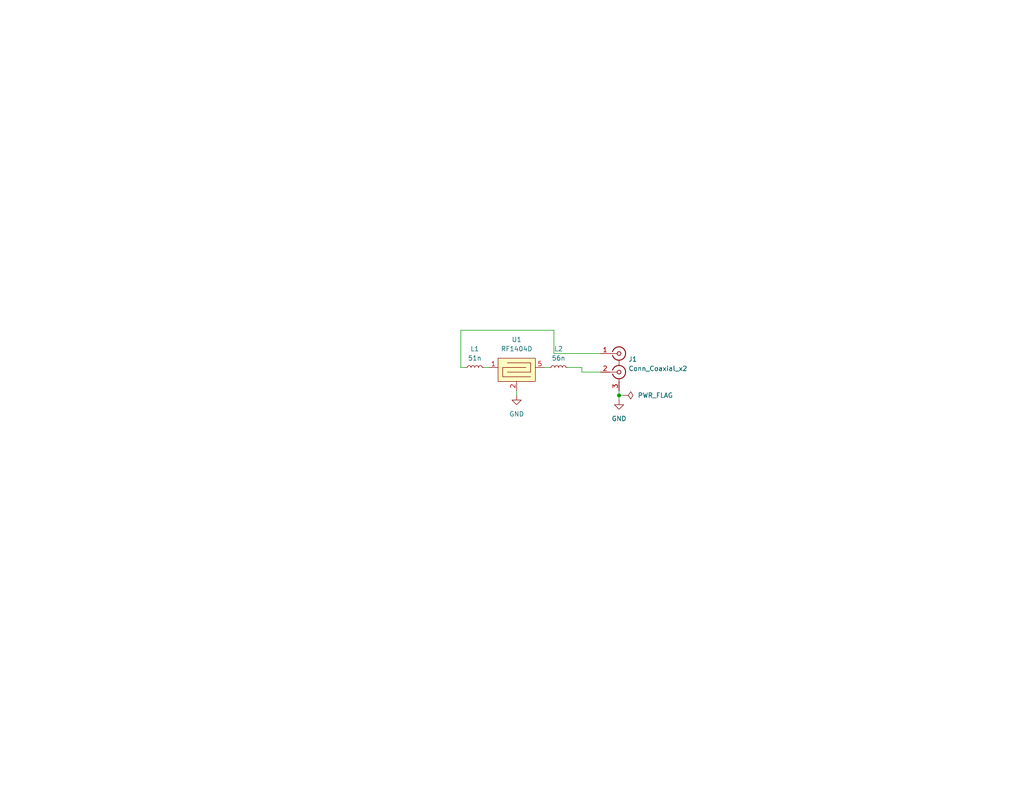
<source format=kicad_sch>
(kicad_sch (version 20211123) (generator eeschema)
  (paper "USLetter")
  (title_block (title "SAW Filter Breakout") (date "2022-07-01") (company "GQC") (comment 1 "Designed by Hans Gaensbauer"))
  (lib_symbols
    (symbol "Connector:Conn_Coaxial_x2" (pin_names (offset 1.016) hide)
      (property "Reference" "J" (at 0 5.715 0))
      (property "Value" "Conn_Coaxial_x2" (at 2.921 0 90))
      (symbol "Conn_Coaxial_x2_0_1"
        (arc (start -1.778 -3.048) (mid 0.222 -4.348) (end 1.778 -2.54) (stroke (width 0.254)))
        (arc (start -1.778 2.032) (mid 0.222 0.732) (end 1.778 2.54) (stroke (width 0.254)))
        (circle (center 0 -2.54) (radius 0.508) (stroke (width 0.2032)))
        (polyline (pts (xy -2.54 -2.54) (xy -0.508 -2.54)))
        (polyline (pts (xy -2.54 2.54) (xy -0.508 2.54)))
        (polyline (pts (xy 0 -5.08) (xy 0 -4.318)))
        (polyline (pts (xy 0 0.762) (xy 0 -0.635)))
        (circle (center 0 2.54) (radius 0.508) (stroke (width 0.2032)))
        (arc (start 1.778 -2.54) (mid 0.222 -0.7317) (end -1.778 -2.032) (stroke (width 0.254)))
        (arc (start 1.778 2.54) (mid 0.222 4.3483) (end -1.778 3.048) (stroke (width 0.254)))
      )
      (symbol "Conn_Coaxial_x2_1_1"
        (pin passive line (at -5.08 2.54 0) (length 2.54) (name "IN1") (number "1"))
        (pin passive line (at -5.08 -2.54 0) (length 2.54) (name "IN2") (number "2"))
        (pin passive line (at 0 -7.62 90) (length 2.54) (name "EXT") (number "3"))
      )
    )
    (symbol "Device:L_Small" (pin_numbers hide) (pin_names (offset 0.254) hide)
      (property "Reference" "L" (at 0.762 1.016 0))
      (property "Value" "L_Small" (at 0.762 -1.016 0))
      (symbol "L_Small_0_1"
        (arc (start 0 -2.032) (mid 0.508 -1.524) (end 0 -1.016))
        (arc (start 0 -1.016) (mid 0.508 -0.508) (end 0 0))
        (arc (start 0 0) (mid 0.508 0.508) (end 0 1.016))
        (arc (start 0 1.016) (mid 0.508 1.524) (end 0 2.032))
      )
      (symbol "L_Small_1_1"
        (pin passive line (at 0 2.54 270) (length 0.508) (name "~") (number "1"))
        (pin passive line (at 0 -2.54 90) (length 0.508) (name "~") (number "2"))
      )
    )
    (symbol "Personal:RF1404D"
      (property "Reference" "U" (at -5.08 3.81 0))
      (property "Value" "RF1404D" (at 11.43 3.81 0))
      (symbol "RF1404D_0_1"
        (rectangle (start -5.08 2.54) (end 5.08 -3.81) (fill (type background)))
        (polyline (pts (xy 3.81 -1.27) (xy -2.54 -1.27)))
        (polyline (pts (xy -2.54 1.27) (xy 3.81 1.27) (xy 3.81 -1.27)))
        (polyline (pts (xy 2.54 0) (xy -3.81 0) (xy -3.81 -2.54) (xy 3.81 -2.54)))
      )
      (symbol "RF1404D_1_1"
        (pin passive line (at -7.62 0 0) (length 2.54) (name "") (number "1"))
        (pin passive line (at 0 -6.35 90) (length 2.54) (name "") (number "2"))
        (pin passive line (at 0 -6.35 0) (length 0) hide (name "") (number "3"))
        (pin passive line (at 0 -6.35 0) (length 0) hide (name "") (number "4"))
        (pin passive line (at 7.62 0 180) (length 2.54) (name "") (number "5"))
        (pin passive line (at 0 -6.35 0) (length 0) hide (name "") (number "6"))
        (pin passive line (at 0 -6.35 0) (length 0) hide (name "") (number "7"))
        (pin passive line (at 0 -6.35 0) (length 0) hide (name "") (number "8"))
      )
    )
    (symbol "power:GND" (power) (pin_names (offset 0))
      (property "Value" "GND" (at 0 -3.81 0))
      (symbol "GND_0_1"
        (polyline (pts (xy 0 0) (xy 0 -1.27) (xy 1.27 -1.27) (xy 0 -2.54) (xy -1.27 -1.27) (xy 0 -1.27)))
      )
      (symbol "GND_1_1"
        (pin power_in line (at 0 0 270) (length 0) hide (name "GND") (number "1"))
      )
    )
    (symbol "power:PWR_FLAG" (power) (pin_numbers hide) (pin_names (offset 0) hide)
      (property "Value" "PWR_FLAG" (at 0 3.81 0))
      (symbol "PWR_FLAG_0_0"
        (pin power_out line (at 0 0 90) (length 0) (name "pwr") (number "1"))
      )
      (symbol "PWR_FLAG_0_1"
        (polyline (pts (xy 0 0) (xy 0 1.27) (xy -1.016 1.905) (xy 0 2.54) (xy 1.016 1.905) (xy 0 1.27)))
      )
    )
  )
  (junction (at 168.91 107.95))
  (wire (pts (xy 151.13 90.17) (xy 125.73 90.17)))
  (wire (pts (xy 154.94 100.33) (xy 158.75 100.33)))
  (wire (pts (xy 125.73 90.17) (xy 125.73 100.33)))
  (wire (pts (xy 163.83 96.52) (xy 151.13 96.52)))
  (wire (pts (xy 140.97 106.68) (xy 140.97 107.95)))
  (wire (pts (xy 168.91 107.95) (xy 170.18 107.95)))
  (wire (pts (xy 168.91 109.22) (xy 168.91 107.95)))
  (wire (pts (xy 168.91 107.95) (xy 168.91 106.68)))
  (wire (pts (xy 132.08 100.33) (xy 133.35 100.33)))
  (wire (pts (xy 151.13 96.52) (xy 151.13 90.17)))
  (wire (pts (xy 158.75 101.6) (xy 163.83 101.6)))
  (wire (pts (xy 125.73 100.33) (xy 127 100.33)))
  (wire (pts (xy 148.59 100.33) (xy 149.86 100.33)))
  (wire (pts (xy 158.75 100.33) (xy 158.75 101.6)))
  (symbol (lib_id "power:GND") (at 140.97 107.95 0) (unit 1)
    (property "Reference" "#PWR01" (effects hide))
    (property "Value" "GND" (at 140.97 113.03 0))
  )
  (symbol (lib_id "power:PWR_FLAG") (at 170.18 107.95 270) (unit 1)
    (property "Reference" "#FLG0101" (effects hide))
    (property "Value" "PWR_FLAG" (at 173.99 107.9499 90) (effects (justify left)))
  )
  (symbol (lib_id "power:GND") (at 168.91 109.22 0) (unit 1)
    (property "Reference" "#PWR02" (effects hide))
    (property "Value" "GND" (at 168.91 114.3 0))
  )
  (symbol (lib_id "Device:L_Small") (at 152.4 100.33 90) (unit 1)
    (property "Reference" "L2" (at 152.4 95.25 90))
    (property "Value" "56n" (at 152.4 97.79 90))
    (property "Footprint" "Inductor_SMD:L_0402_1005Metric" (effects hide))
  )
  (symbol (lib_id "Device:L_Small") (at 129.54 100.33 90) (unit 1)
    (property "Reference" "L1" (at 129.54 95.25 90))
    (property "Value" "51n" (at 129.54 97.79 90))
    (property "Footprint" "Inductor_SMD:L_0402_1005Metric" (effects hide))
  )
  (symbol (lib_id "Personal:RF1404D") (at 140.97 100.33 0) (unit 1)
    (property "Reference" "U1" (at 140.97 92.71 0))
    (property "Value" "RF1404D" (at 140.97 95.25 0))
    (property "Footprint" "Personal:RF1404D" (effects hide))
    (property "Datasheet" "https://www.rfmi.co/pdf/Datasheet/rf1404d.pdf" (effects hide))
  )
  (symbol (lib_id "Connector:Conn_Coaxial_x2") (at 168.91 99.06 0) (unit 1)
    (property "Reference" "J1" (at 171.45 98.0831 0) (effects (justify left)))
    (property "Value" "Conn_Coaxial_x2" (at 171.45 100.6231 0) (effects (justify left)))
    (property "Footprint" "Personal:SMA-KIT-1.5MF" (effects hide))
    (property "Datasheet" " ~" (effects hide))
  )
)
</source>
